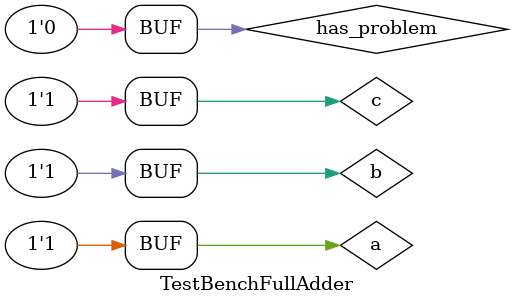
<source format=v>
module TestBenchFullAdder(
);
    reg a,b,c;
    reg has_problem=0;
    initial begin
    
        a=0;
        b=0;
        c=0;
        #100
        if (fu.Sum!==0 || fu.Carry_out !==0)begin
            has_problem=1;
            $display("have problem on calc a=0 b=0 c=0");
            end
       
        a=1;
        b=0;
        c=0;
        #100
        if (fu.Sum !==1 || fu.Carry_out !==0)begin
            has_problem=1;
            $display("have problem on calc a=1 b=0 c=0");
            end
       
        a=0;
        b=1;
        c=0;
        #100
        if (fu.Sum !==1 || fu.Carry_out !==0)begin
            has_problem=1;
            $display("have problem on calc a=0 b=1 c=0");
            end
            
        a=1;
        b=1;
        c=0;
        #100
        if (fu.Sum !==0 || fu.Carry_out !==1)begin
            has_problem=1;
            $display("have problem on calc a=1 b=1 c=0");
            end
        
        a=0;
        b=0;
        c=1;
        #100
        if (fu.Sum!==1 || fu.Carry_out !==0)begin
            has_problem=1;
            $display("have problem on calc a=0 b=0 c=1");
            end
       
        a=1;
        b=0;
        c=1;
        #100
        if (fu.Sum !==0 || fu.Carry_out !==1)begin
            has_problem=1;
            $display("have problem on calc a=1 b=0 c=1");
            end
       
        a=0;
        b=1;
        c=1;
        #100
        if (fu.Sum !==0 || fu.Carry_out !==1)begin
            has_problem=1;
            $display("have problem on calc a=0 b=1 c=1");
            end
            
        a=1;
        b=1;
        c=1;
        #100
        if (fu.Sum !==1 || fu.Carry_out !==1)begin
            has_problem=1;
            $display("have problem on calc a=1 b=1 c=1");
            end    
        if (has_problem === 0)
            $display("everything is ok");  
            
    end
    
    FullAdder fu(.A(a),.B(b),.Carry_in(c),.Sum(),.Carry_out());
endmodule    
</source>
